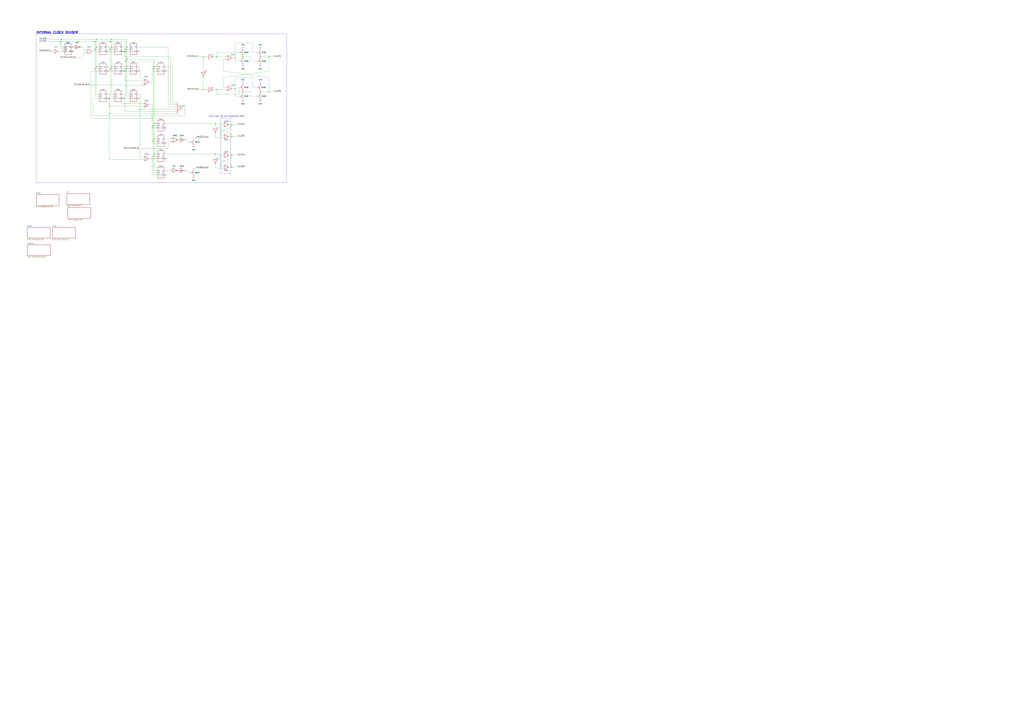
<source format=kicad_sch>
(kicad_sch (version 20231120) (generator "eeschema") (generator_version "8.0")
  (paper "A0")
  (title_block (title "V9958") (date "2024-09-13") (rev "WIP") (company "IKA Microelectronics Inc."))
  (lib_symbols
    (symbol "Raki_ASIC_cells:AND2"
      (property "Value" "AND2" (at 0 5.08 0))
      (symbol "AND2_0_0"
        (polyline (pts (xy -1.27 2.54) (xy -1.27 -2.54)) (stroke (width 0.254)))
        (polyline (pts (xy -1.27 2.54) (xy 0 2.54)) (stroke (width 0.254)))
        (polyline (pts (xy 0 -2.54) (xy -1.27 -2.54)) (stroke (width 0.254)))
        (arc (start 0.0225 -2.54) (mid 2.5401 0) (end 0.0225 2.54) (stroke (width 0.254)))
      )
      (symbol "AND2_1_1"
        (pin input line (at -3.81 -1.27 0) (length 2.54) (name "") (number ""))
        (pin input line (at -3.81 1.27 0) (length 2.54) (name "") (number ""))
        (pin output line (at 5.08 0 180) (length 2.54) (name "") (number ""))
      )
    )
    (symbol "Raki_ASIC_cells:BUF"
      (property "Value" "BUF" (at 0 5.08 0))
      (symbol "BUF_0_0"
        (polyline (pts (xy -1.27 -2.54) (xy 2.54 0)) (stroke (width 0.254)))
        (polyline (pts (xy -1.27 2.54) (xy -1.27 -2.54)) (stroke (width 0.254)))
        (polyline (pts (xy -1.27 2.54) (xy 2.54 0)) (stroke (width 0.254)))
      )
      (symbol "BUF_1_1"
        (pin input line (at -3.81 0 0) (length 2.54) (name "") (number ""))
        (pin output line (at 5.08 0 180) (length 2.54) (name "") (number ""))
      )
    )
    (symbol "Raki_ASIC_cells:BUFP"
      (property "Value" "BUFP" (at 0 3.81 0))
      (symbol "BUFP_0_0"
        (polyline (pts (xy -1.27 -2.54) (xy 2.54 0)) (stroke (width 0.254)))
        (polyline (pts (xy -1.27 2.54) (xy -1.27 -2.54)) (stroke (width 0.254)))
        (polyline (pts (xy -1.27 2.54) (xy 2.54 0)) (stroke (width 0.254)))
      )
      (symbol "BUFP_0_1"
        (polyline (pts (xy 0 0.889) (xy -0.508 -0.127) (xy 0.254 -0.127) (xy 0 -0.889) (xy 0.508 0.127) (xy -0.254 0.127) (xy 0 0.889)) (fill (type outline)))
      )
      (symbol "BUFP_1_1"
        (pin input line (at -3.81 0 0) (length 2.54) (name "") (number ""))
        (pin output line (at 5.08 0 180) (length 2.54) (name "") (number ""))
      )
    )
    (symbol "Raki_ASIC_cells:INV"
      (property "Value" "INV" (at 0 6.35 0))
      (symbol "INV_0_0"
        (polyline (pts (xy -1.27 -2.54) (xy 2.54 0)) (stroke (width 0.254)))
        (polyline (pts (xy -1.27 2.54) (xy -1.27 -2.54)) (stroke (width 0.254)))
        (polyline (pts (xy -1.27 2.54) (xy 2.54 0)) (stroke (width 0.254)))
      )
      (symbol "INV_1_1"
        (pin input line (at -3.81 0 0) (length 2.54) (name "") (number ""))
        (pin output inverted (at 5.08 0 180) (length 2.54) (name "") (number ""))
      )
    )
    (symbol "Raki_ASIC_cells:INVP"
      (property "Value" "INVP" (at 0 5.08 0))
      (symbol "INVP_0_0"
        (polyline (pts (xy -1.27 -2.54) (xy 2.54 0)) (stroke (width 0.254)))
        (polyline (pts (xy -1.27 2.54) (xy -1.27 -2.54)) (stroke (width 0.254)))
        (polyline (pts (xy -1.27 2.54) (xy 2.54 0)) (stroke (width 0.254)))
      )
      (symbol "INVP_0_1"
        (polyline (pts (xy 0 0.889) (xy -0.508 -0.127) (xy 0.254 -0.127) (xy 0 -0.889) (xy 0.508 0.127) (xy -0.254 0.127) (xy 0 0.889)) (fill (type outline)))
      )
      (symbol "INVP_1_1"
        (pin input line (at -3.81 0 0) (length 2.54) (name "") (number ""))
        (pin output inverted (at 5.08 0 180) (length 2.54) (name "") (number ""))
      )
    )
    (symbol "Raki_ASIC_cells:NMOS"
      (property "Value" "NMOS" (at 0 5.842 0))
      (symbol "NMOS_0_1"
        (polyline (pts (xy -1.016 1.27) (xy -1.016 -1.27)))
        (polyline (pts (xy 0 1.27) (xy -1.27 1.27) (xy -1.27 -1.27) (xy 0 -1.27)))
      )
      (symbol "NMOS_1_1"
        (pin input line (at -3.81 0 0) (length 2.54) (name "") (number ""))
        (pin input line (at 0 -3.81 90) (length 2.54) (name "") (number ""))
        (pin input line (at 0 3.81 270) (length 2.54) (name "") (number ""))
      )
    )
    (symbol "Raki_ASIC_cells:NOR2"
      (property "Value" "NOR2" (at 0 5.08 0))
      (symbol "NOR2_0_0"
        (arc (start -1.27 -2.54) (mid -0.2179 0) (end -1.27 2.54) (stroke (width 0.254)))
        (polyline (pts (xy -1.27 2.54) (xy 0 2.54)) (stroke (width 0.254)))
        (polyline (pts (xy 0 -2.54) (xy -1.27 -2.54)) (stroke (width 0.254)))
        (arc (start 0.0225 -2.54) (mid 2.5401 0) (end 0.0225 2.54) (stroke (width 0.254)))
      )
      (symbol "NOR2_1_1"
        (pin input line (at -3.81 -1.27 0) (length 3.36) (name "") (number ""))
        (pin input line (at -3.81 1.27 0) (length 3.36) (name "") (number ""))
        (pin output inverted (at 5.08 0 180) (length 2.54) (name "") (number ""))
      )
    )
    (symbol "Raki_ASIC_cells:NOR4"
      (property "Value" "NOR4" (at 0 6.35 0))
      (symbol "NOR4_0_0"
        (arc (start -1.27 -2.54) (mid -0.2179 0) (end -1.27 2.54) (stroke (width 0.254)))
        (polyline (pts (xy -1.27 -2.54) (xy -1.27 -3.81)) (stroke (width 0.254)))
        (polyline (pts (xy -1.27 2.54) (xy 0 2.54)) (stroke (width 0.254)))
        (polyline (pts (xy -1.27 3.81) (xy -1.27 2.54)) (stroke (width 0.254)))
        (polyline (pts (xy 0 -2.54) (xy -1.27 -2.54)) (stroke (width 0.254)))
        (arc (start 0.0225 -2.54) (mid 2.5401 0) (end 0.0225 2.54) (stroke (width 0.254)))
      )
      (symbol "NOR4_1_1"
        (pin input line (at -3.81 -3.81 0) (length 2.54) (name "") (number ""))
        (pin input line (at -3.81 -1.27 0) (length 3.36) (name "") (number ""))
        (pin input line (at -3.81 1.27 0) (length 3.36) (name "") (number ""))
        (pin input line (at -3.81 3.81 0) (length 2.54) (name "") (number ""))
        (pin output inverted (at 5.08 0 180) (length 2.54) (name "") (number ""))
      )
    )
    (symbol "Raki_ASIC_cells:NOR6"
      (property "Value" "NOR6" (at 0 8.89 0))
      (symbol "NOR6_0_0"
        (arc (start -1.27 -2.54) (mid -0.2179 0) (end -1.27 2.54) (stroke (width 0.254)))
        (polyline (pts (xy -1.27 -2.54) (xy -1.27 -6.35)) (stroke (width 0.254)))
        (polyline (pts (xy -1.27 2.54) (xy 0 2.54)) (stroke (width 0.254)))
        (polyline (pts (xy -1.27 6.35) (xy -1.27 2.54)) (stroke (width 0.254)))
        (polyline (pts (xy 0 -2.54) (xy -1.27 -2.54)) (stroke (width 0.254)))
        (arc (start 0.0225 -2.54) (mid 2.5401 0) (end 0.0225 2.54) (stroke (width 0.254)))
      )
      (symbol "NOR6_1_1"
        (pin input line (at -3.81 -6.35 0) (length 2.54) (name "") (number ""))
        (pin input line (at -3.81 -3.81 0) (length 2.54) (name "") (number ""))
        (pin input line (at -3.81 -1.27 0) (length 3.36) (name "") (number ""))
        (pin input line (at -3.81 1.27 0) (length 3.36) (name "") (number ""))
        (pin input line (at -3.81 3.81 0) (length 2.54) (name "") (number ""))
        (pin input line (at -3.81 6.35 0) (length 2.54) (name "") (number ""))
        (pin output inverted (at 5.08 0 180) (length 2.54) (name "") (number ""))
      )
    )
    (symbol "Raki_ASIC_cells:VY_DSR_small"
      (property "Value" "VY_DSR_small" (at 0 8.89 0))
      (symbol "VY_DSR_small_0_0"
        (polyline (pts (xy -1.524 -2.286) (xy -0.508 -2.286)))
        (polyline (pts (xy -1.016 -3.302) (xy -1.016 -2.794)))
        (polyline (pts (xy -1.016 -1.778) (xy -1.016 -2.286)))
        (polyline (pts (xy -0.508 -2.794) (xy -1.524 -2.794)))
        (polyline (pts (xy 0.508 -2.286) (xy 1.524 -2.286)))
        (polyline (pts (xy 1.016 -3.302) (xy 1.016 -2.794)))
        (polyline (pts (xy 1.016 -1.778) (xy 1.016 -2.286)))
        (polyline (pts (xy 1.524 -2.794) (xy 0.508 -2.794)))
      )
      (symbol "VY_DSR_small_0_1"
        (rectangle (start -3.81 6.35) (end 3.81 -6.35) (stroke (width 0.254)))
      )
      (symbol "VY_DSR_small_1_1"
        (pin input line (at -6.35 -2.54 0) (length 2.54) (name "D") (number ""))
        (pin output line (at 6.35 2.54 180) (length 2.54) (name "Q") (number ""))
        (pin output inverted (at 6.35 -2.54 180) (length 2.54) (name "~{Q}") (number ""))
        (pin input line (at -6.35 0 0) (length 2.54) (name "Φ1") (number ""))
        (pin input line (at -6.35 2.54 0) (length 2.54) (name "Φ2") (number ""))
      )
    )
    (symbol "power:GND" (power) (pin_names (offset 0))
      (property "Value" "GND" (at 0 -3.81 0))
      (symbol "GND_0_1"
        (polyline (pts (xy 0 0) (xy 0 -1.27) (xy 1.27 -1.27) (xy 0 -2.54) (xy -1.27 -1.27) (xy 0 -1.27)))
      )
      (symbol "GND_1_1"
        (pin power_in line (at 0 0 270) (length 0) hide (name "GND") (number "1"))
      )
    )
    (symbol "power:VDD" (power) (pin_names (offset 0))
      (property "Value" "VDD" (at 0 3.81 0))
      (symbol "VDD_0_1"
        (polyline (pts (xy -0.762 1.27) (xy 0 2.54)))
        (polyline (pts (xy 0 0) (xy 0 2.54)))
        (polyline (pts (xy 0 2.54) (xy 0.762 1.27)))
      )
      (symbol "VDD_1_1"
        (pin power_in line (at 0 0 90) (length 0) hide (name "VDD") (number "1"))
      )
    )
  )
  (junction (at 111.76 77.47))
  (junction (at 111.76 54.61))
  (junction (at 302.26 66.04))
  (junction (at 312.42 66.04))
  (junction (at 176.53 184.15))
  (junction (at 302.26 106.68))
  (junction (at 144.78 82.55))
  (junction (at 312.42 106.68))
  (junction (at 269.24 180.34))
  (junction (at 251.46 104.14))
  (junction (at 147.32 68.58))
  (junction (at 129.54 45.72))
  (junction (at 144.78 120.65))
  (junction (at 162.56 127))
  (junction (at 129.54 77.47))
  (junction (at 250.19 143.51))
  (junction (at 147.32 77.47))
  (junction (at 269.24 144.78))
  (junction (at 269.24 194.31))
  (junction (at 281.94 106.68))
  (junction (at 144.78 114.3))
  (junction (at 179.07 161.29))
  (junction (at 147.32 54.61))
  (junction (at 179.07 77.47))
  (junction (at 273.05 102.87))
  (junction (at 177.8 146.05))
  (junction (at 127 114.3))
  (junction (at 146.05 80.01))
  (junction (at 69.85 48.26))
  (junction (at 71.12 45.72))
  (junction (at 128.27 80.01))
  (junction (at 177.8 181.61))
  (junction (at 127 123.19))
  (junction (at 236.22 66.04))
  (junction (at 111.76 45.72))
  (junction (at 179.07 143.51))
  (junction (at 146.05 71.12))
  (junction (at 146.05 57.15))
  (junction (at 128.27 48.26))
  (junction (at 281.94 66.04))
  (junction (at 144.78 59.69))
  (junction (at 176.53 137.16))
  (junction (at 273.05 67.31))
  (junction (at 127 132.08))
  (junction (at 110.49 80.01))
  (junction (at 128.27 57.15))
  (junction (at 236.22 104.14))
  (junction (at 177.8 163.83))
  (junction (at 110.49 48.26))
  (junction (at 179.07 179.07))
  (junction (at 269.24 158.75))
  (junction (at 176.53 148.59))
  (junction (at 177.8 80.01))
  (junction (at 250.19 179.07))
  (junction (at 251.46 66.04))
  (junction (at 129.54 54.61))
  (junction (at 110.49 57.15))
  (no_connect (at 143.51 82.55))
  (no_connect (at 125.73 59.69))
  (no_connect (at 143.51 59.69))
  (no_connect (at 161.29 59.69))
  (no_connect (at 161.29 114.3))
  (no_connect (at 193.04 203.2))
  (no_connect (at 193.04 148.59))
  (no_connect (at 125.73 114.3))
  (no_connect (at 193.04 82.55))
  (no_connect (at 193.04 166.37))
  (no_connect (at 143.51 114.3))
  (no_connect (at 85.09 59.69))
  (no_connect (at 193.04 184.15))
  (no_connect (at 161.29 82.55))
  (no_connect (at 125.73 82.55))
  (wire (pts (xy 173.99 95.25) (xy 176.53 95.25)))
  (wire (pts (xy 165.1 93.98) (xy 144.78 93.98)))
  (wire (pts (xy 176.53 184.15) (xy 180.34 184.15)))
  (wire (pts (xy 180.34 200.66) (xy 177.8 200.66)))
  (wire (pts (xy 180.34 163.83) (xy 177.8 163.83)))
  (wire (pts (xy 127 114.3) (xy 130.81 114.3)))
  (wire (pts (xy 200.66 119.38) (xy 203.2 119.38)))
  (wire (pts (xy 261.62 101.6) (xy 259.08 101.6)))
  (wire (pts (xy 69.85 59.69) (xy 72.39 59.69)))
  (wire (pts (xy 96.52 58.42) (xy 99.06 58.42)))
  (wire (pts (xy 269.24 158.75) (xy 284.48 158.75)))
  (wire (pts (xy 127 77.47) (xy 127 82.55)))
  (wire (pts (xy 255.27 146.05) (xy 255.27 149.86)))
  (wire (pts (xy 278.13 60.96) (xy 251.46 60.96)))
  (wire (pts (xy 269.24 144.78) (xy 266.7 144.78)))
  (wire (pts (xy 259.08 82.55) (xy 259.08 68.58)))
  (wire (pts (xy 69.85 67.31) (xy 96.52 67.31)))
  (wire (pts (xy 269.24 158.75) (xy 266.7 158.75)))
  (wire (pts (xy 255.27 185.42) (xy 269.24 191.77)))
  (wire (pts (xy 161.29 77.47) (xy 162.56 77.47)))
  (wire (pts (xy 195.58 163.83) (xy 195.58 172.72)))
  (wire (pts (xy 45.72 45.72) (xy 71.12 45.72)))
  (wire (pts (xy 198.12 163.83) (xy 195.58 163.83)))
  (wire (pts (xy 281.94 105.41) (xy 281.94 106.68)))
  (wire (pts (xy 250.19 179.07) (xy 250.19 182.88)))
  (wire (pts (xy 165.1 123.19) (xy 127 123.19)))
  (wire (pts (xy 250.19 191.77) (xy 250.19 195.58)))
  (wire (pts (xy 127 132.08) (xy 127 185.42)))
  (wire (pts (xy 198.12 66.04) (xy 198.12 121.92)))
  (wire (pts (xy 105.41 137.16) (xy 176.53 137.16)))
  (wire (pts (xy 224.79 160.02) (xy 224.79 161.29)))
  (wire (pts (xy 269.24 191.77) (xy 269.24 194.31)))
  (wire (pts (xy 130.81 109.22) (xy 129.54 109.22)))
  (wire (pts (xy 270.51 102.87) (xy 273.05 102.87)))
  (wire (pts (xy 203.2 129.54) (xy 144.78 129.54)))
  (wire (pts (xy 111.76 45.72) (xy 129.54 45.72)))
  (wire (pts (xy 148.59 111.76) (xy 146.05 111.76)))
  (wire (pts (xy 176.53 137.16) (xy 176.53 121.92)))
  (wire (pts (xy 236.22 66.04) (xy 240.03 66.04)))
  (wire (pts (xy 259.08 90.17) (xy 259.08 101.6)))
  (wire (pts (xy 176.53 184.15) (xy 176.53 203.2)))
  (wire (pts (xy 176.53 137.16) (xy 176.53 148.59)))
  (wire (pts (xy 293.37 101.6) (xy 298.45 101.6)))
  (wire (pts (xy 176.53 148.59) (xy 176.53 166.37)))
  (wire (pts (xy 162.56 109.22) (xy 162.56 127)))
  (wire (pts (xy 113.03 77.47) (xy 111.76 77.47)))
  (wire (pts (xy 129.54 54.61) (xy 129.54 77.47)))
  (wire (pts (xy 128.27 48.26) (xy 128.27 57.15)))
  (wire (pts (xy 200.66 77.47) (xy 200.66 119.38)))
  (wire (pts (xy 146.05 57.15) (xy 146.05 71.12)))
  (wire (pts (xy 144.78 114.3) (xy 148.59 114.3)))
  (wire (pts (xy 128.27 48.26) (xy 146.05 48.26)))
  (wire (pts (xy 293.37 60.96) (xy 298.45 60.96)))
  (wire (pts (xy 180.34 146.05) (xy 177.8 146.05)))
  (wire (pts (xy 281.94 64.77) (xy 281.94 66.04)))
  (wire (pts (xy 302.26 66.04) (xy 312.42 66.04)))
  (wire (pts (xy 144.78 82.55) (xy 148.59 82.55)))
  (wire (pts (xy 165.1 120.65) (xy 144.78 120.65)))
  (wire (pts (xy 111.76 77.47) (xy 111.76 109.22)))
  (wire (pts (xy 217.17 104.14) (xy 236.22 104.14)))
  (wire (pts (xy 203.2 127) (xy 162.56 127)))
  (wire (pts (xy 290.83 66.04) (xy 281.94 66.04)))
  (wire (pts (xy 212.09 125.73) (xy 214.63 125.73)))
  (wire (pts (xy 96.52 60.96) (xy 96.52 67.31)))
  (wire (pts (xy 255.27 181.61) (xy 255.27 185.42)))
  (wire (pts (xy 193.04 161.29) (xy 198.12 161.29)))
  (wire (pts (xy 269.24 144.78) (xy 284.48 144.78)))
  (wire (pts (xy 110.49 48.26) (xy 128.27 48.26)))
  (wire (pts (xy 273.05 111.76) (xy 278.13 111.76)))
  (wire (pts (xy 255.27 149.86) (xy 269.24 156.21)))
  (wire (pts (xy 144.78 59.69) (xy 144.78 66.04)))
  (wire (pts (xy 312.42 66.04) (xy 326.39 66.04)))
  (wire (pts (xy 143.51 172.72) (xy 195.58 172.72)))
  (wire (pts (xy 99.06 60.96) (xy 96.52 60.96)))
  (wire (pts (xy 250.19 160.02) (xy 257.81 160.02)))
  (wire (pts (xy 257.81 146.05) (xy 255.27 146.05)))
  (wire (pts (xy 147.32 68.58) (xy 147.32 77.47)))
  (wire (pts (xy 69.85 48.26) (xy 69.85 57.15)))
  (wire (pts (xy 193.04 77.47) (xy 200.66 77.47)))
  (wire (pts (xy 148.59 80.01) (xy 146.05 80.01)))
  (wire (pts (xy 146.05 80.01) (xy 146.05 111.76)))
  (wire (pts (xy 162.56 127) (xy 162.56 182.88)))
  (wire (pts (xy 45.72 48.26) (xy 69.85 48.26)))
  (wire (pts (xy 293.37 90.17) (xy 293.37 101.6)))
  (wire (pts (xy 130.81 80.01) (xy 128.27 80.01)))
  (wire (pts (xy 180.34 82.55) (xy 176.53 82.55)))
  (wire (pts (xy 195.58 54.61) (xy 195.58 124.46)))
  (wire (pts (xy 143.51 54.61) (xy 144.78 54.61)))
  (wire (pts (xy 248.92 66.04) (xy 251.46 66.04)))
  (wire (pts (xy 107.95 59.69) (xy 113.03 59.69)))
  (wire (pts (xy 273.05 90.17) (xy 273.05 102.87)))
  (wire (pts (xy 129.54 45.72) (xy 129.54 54.61)))
  (wire (pts (xy 298.45 71.12) (xy 290.83 71.12)))
  (wire (pts (xy 250.19 156.21) (xy 250.19 160.02)))
  (wire (pts (xy 242.57 160.02) (xy 224.79 160.02)))
  (wire (pts (xy 255.27 189.23) (xy 269.24 182.88)))
  (wire (pts (xy 111.76 54.61) (xy 111.76 77.47)))
  (wire (pts (xy 127 132.08) (xy 127 123.19)))
  (wire (pts (xy 236.22 104.14) (xy 240.03 104.14)))
  (wire (pts (xy 144.78 129.54) (xy 144.78 120.65)))
  (wire (pts (xy 214.63 125.73) (xy 214.63 134.62)))
  (wire (pts (xy 128.27 57.15) (xy 128.27 80.01)))
  (wire (pts (xy 113.03 109.22) (xy 111.76 109.22)))
  (wire (pts (xy 177.8 181.61) (xy 177.8 200.66)))
  (wire (pts (xy 312.42 82.55) (xy 312.42 66.04)))
  (wire (pts (xy 113.03 111.76) (xy 110.49 111.76)))
  (wire (pts (xy 144.78 93.98) (xy 144.78 82.55)))
  (wire (pts (xy 298.45 111.76) (xy 290.83 111.76)))
  (wire (pts (xy 176.53 166.37) (xy 180.34 166.37)))
  (wire (pts (xy 251.46 60.96) (xy 251.46 66.04)))
  (wire (pts (xy 180.34 77.47) (xy 179.07 77.47)))
  (wire (pts (xy 250.19 143.51) (xy 257.81 143.51)))
  (wire (pts (xy 259.08 68.58) (xy 261.62 68.58)))
  (wire (pts (xy 144.78 54.61) (xy 144.78 59.69)))
  (wire (pts (xy 312.42 90.17) (xy 312.42 106.68)))
  (wire (pts (xy 312.42 82.55) (xy 259.08 90.17)))
  (wire (pts (xy 251.46 104.14) (xy 261.62 104.14)))
  (wire (pts (xy 269.24 180.34) (xy 266.7 180.34)))
  (wire (pts (xy 162.56 77.47) (xy 162.56 91.44)))
  (wire (pts (xy 72.39 57.15) (xy 69.85 57.15)))
  (wire (pts (xy 269.24 147.32) (xy 269.24 144.78)))
  (wire (pts (xy 255.27 157.48) (xy 255.27 153.67)))
  (wire (pts (xy 177.8 80.01) (xy 177.8 146.05)))
  (wire (pts (xy 180.34 161.29) (xy 179.07 161.29)))
  (wire (pts (xy 269.24 156.21) (xy 269.24 158.75)))
  (wire (pts (xy 45.72 59.69) (xy 60.96 59.69)))
  (wire (pts (xy 127 59.69) (xy 130.81 59.69)))
  (wire (pts (xy 177.8 146.05) (xy 177.8 163.83)))
  (wire (pts (xy 250.19 195.58) (xy 257.81 195.58)))
  (wire (pts (xy 129.54 45.72) (xy 147.32 45.72)))
  (wire (pts (xy 144.78 109.22) (xy 144.78 114.3)))
  (wire (pts (xy 161.29 54.61) (xy 195.58 54.61)))
  (wire (pts (xy 273.05 102.87) (xy 273.05 111.76)))
  (wire (pts (xy 128.27 80.01) (xy 128.27 111.76)))
  (wire (pts (xy 281.94 66.04) (xy 281.94 67.31)))
  (wire (pts (xy 72.39 54.61) (xy 71.12 54.61)))
  (wire (pts (xy 177.8 163.83) (xy 177.8 181.61)))
  (wire (pts (xy 148.59 109.22) (xy 147.32 109.22)))
  (wire (pts (xy 130.81 57.15) (xy 128.27 57.15)))
  (wire (pts (xy 165.1 185.42) (xy 127 185.42)))
  (wire (pts (xy 281.94 106.68) (xy 281.94 107.95)))
  (wire (pts (xy 180.34 179.07) (xy 179.07 179.07)))
  (wire (pts (xy 273.05 49.53) (xy 273.05 67.31)))
  (wire (pts (xy 173.99 184.15) (xy 176.53 184.15)))
  (wire (pts (xy 218.44 165.1) (xy 220.98 165.1)))
  (wire (pts (xy 105.41 82.55) (xy 113.03 82.55)))
  (wire (pts (xy 107.95 134.62) (xy 107.95 114.3)))
  (wire (pts (xy 193.04 179.07) (xy 250.19 179.07)))
  (wire (pts (xy 176.53 148.59) (xy 180.34 148.59)))
  (wire (pts (xy 127 82.55) (xy 130.81 82.55)))
  (wire (pts (xy 130.81 77.47) (xy 129.54 77.47)))
  (wire (pts (xy 302.26 64.77) (xy 302.26 66.04)))
  (wire (pts (xy 147.32 45.72) (xy 147.32 54.61)))
  (wire (pts (xy 162.56 91.44) (xy 165.1 91.44)))
  (wire (pts (xy 217.17 66.04) (xy 236.22 66.04)))
  (wire (pts (xy 113.03 54.61) (xy 111.76 54.61)))
  (wire (pts (xy 195.58 124.46) (xy 203.2 124.46)))
  (wire (pts (xy 218.44 200.66) (xy 218.44 198.12)))
  (wire (pts (xy 273.05 71.12) (xy 278.13 71.12)))
  (wire (pts (xy 179.07 77.47) (xy 179.07 143.51)))
  (wire (pts (xy 179.07 143.51) (xy 179.07 161.29)))
  (wire (pts (xy 255.27 153.67) (xy 269.24 147.32)))
  (wire (pts (xy 148.59 77.47) (xy 147.32 77.47)))
  (wire (pts (xy 127 109.22) (xy 127 114.3)))
  (wire (pts (xy 110.49 48.26) (xy 110.49 57.15)))
  (wire (pts (xy 113.03 57.15) (xy 110.49 57.15)))
  (wire (pts (xy 180.34 143.51) (xy 179.07 143.51)))
  (wire (pts (xy 147.32 77.47) (xy 147.32 109.22)))
  (wire (pts (xy 148.59 54.61) (xy 147.32 54.61)))
  (wire (pts (xy 259.08 82.55) (xy 312.42 90.17)))
  (wire (pts (xy 161.29 109.22) (xy 162.56 109.22)))
  (wire (pts (xy 147.32 54.61) (xy 147.32 68.58)))
  (wire (pts (xy 193.04 143.51) (xy 250.19 143.51)))
  (wire (pts (xy 107.95 114.3) (xy 113.03 114.3)))
  (wire (pts (xy 302.26 66.04) (xy 302.26 67.31)))
  (wire (pts (xy 130.81 54.61) (xy 129.54 54.61)))
  (wire (pts (xy 269.24 180.34) (xy 284.48 180.34)))
  (wire (pts (xy 198.12 121.92) (xy 203.2 121.92)))
  (wire (pts (xy 203.2 132.08) (xy 127 132.08)))
  (wire (pts (xy 214.63 134.62) (xy 107.95 134.62)))
  (wire (pts (xy 71.12 45.72) (xy 71.12 54.61)))
  (wire (pts (xy 218.44 162.56) (xy 215.9 162.56)))
  (wire (pts (xy 218.44 198.12) (xy 215.9 198.12)))
  (wire (pts (xy 250.19 143.51) (xy 250.19 147.32)))
  (wire (pts (xy 180.34 80.01) (xy 177.8 80.01)))
  (wire (pts (xy 113.03 80.01) (xy 110.49 80.01)))
  (wire (pts (xy 129.54 77.47) (xy 129.54 109.22)))
  (wire (pts (xy 302.26 106.68) (xy 302.26 107.95)))
  (wire (pts (xy 302.26 105.41) (xy 302.26 106.68)))
  (wire (pts (xy 302.26 106.68) (xy 312.42 106.68)))
  (wire (pts (xy 86.36 99.06) (xy 165.1 99.06)))
  (wire (pts (xy 93.98 54.61) (xy 96.52 54.61)))
  (wire (pts (xy 179.07 161.29) (xy 179.07 179.07)))
  (wire (pts (xy 257.81 181.61) (xy 255.27 181.61)))
  (wire (pts (xy 293.37 49.53) (xy 293.37 60.96)))
  (wire (pts (xy 144.78 66.04) (xy 198.12 66.04)))
  (wire (pts (xy 125.73 109.22) (xy 127 109.22)))
  (wire (pts (xy 176.53 82.55) (xy 176.53 95.25)))
  (wire (pts (xy 125.73 54.61) (xy 127 54.61)))
  (wire (pts (xy 250.19 179.07) (xy 257.81 179.07)))
  (wire (pts (xy 269.24 194.31) (xy 284.48 194.31)))
  (wire (pts (xy 143.51 77.47) (xy 144.78 77.47)))
  (wire (pts (xy 180.34 181.61) (xy 177.8 181.61)))
  (wire (pts (xy 144.78 77.47) (xy 144.78 82.55)))
  (wire (pts (xy 257.81 193.04) (xy 255.27 193.04)))
  (wire (pts (xy 177.8 71.12) (xy 177.8 80.01)))
  (wire (pts (xy 248.92 104.14) (xy 251.46 104.14)))
  (wire (pts (xy 147.32 68.58) (xy 179.07 68.58)))
  (wire (pts (xy 312.42 106.68) (xy 326.39 106.68)))
  (wire (pts (xy 242.57 195.58) (xy 224.79 195.58)))
  (wire (pts (xy 69.85 48.26) (xy 110.49 48.26)))
  (wire (pts (xy 179.07 179.07) (xy 179.07 198.12)))
  (wire (pts (xy 146.05 71.12) (xy 146.05 80.01)))
  (wire (pts (xy 255.27 193.04) (xy 255.27 189.23)))
  (wire (pts (xy 125.73 77.47) (xy 127 77.47)))
  (wire (pts (xy 144.78 59.69) (xy 148.59 59.69)))
  (wire (pts (xy 105.41 82.55) (xy 105.41 137.16)))
  (wire (pts (xy 236.22 90.17) (xy 236.22 104.14)))
  (wire (pts (xy 198.12 198.12) (xy 193.04 198.12)))
  (wire (pts (xy 110.49 80.01) (xy 110.49 111.76)))
  (wire (pts (xy 273.05 90.17) (xy 293.37 90.17)))
  (wire (pts (xy 278.13 109.22) (xy 251.46 109.22)))
  (wire (pts (xy 71.12 45.72) (xy 111.76 45.72)))
  (wire (pts (xy 143.51 109.22) (xy 144.78 109.22)))
  (wire (pts (xy 269.24 182.88) (xy 269.24 180.34)))
  (wire (pts (xy 251.46 109.22) (xy 251.46 104.14)))
  (wire (pts (xy 111.76 45.72) (xy 111.76 54.61)))
  (wire (pts (xy 236.22 66.04) (xy 236.22 81.28)))
  (wire (pts (xy 146.05 71.12) (xy 177.8 71.12)))
  (wire (pts (xy 290.83 106.68) (xy 281.94 106.68)))
  (wire (pts (xy 110.49 57.15) (xy 110.49 80.01)))
  (wire (pts (xy 269.24 194.31) (xy 266.7 194.31)))
  (wire (pts (xy 290.83 71.12) (xy 290.83 66.04)))
  (wire (pts (xy 127 54.61) (xy 127 59.69)))
  (wire (pts (xy 224.79 195.58) (xy 224.79 196.85)))
  (wire (pts (xy 270.51 67.31) (xy 273.05 67.31)))
  (wire (pts (xy 146.05 48.26) (xy 146.05 57.15)))
  (wire (pts (xy 165.1 182.88) (xy 162.56 182.88)))
  (wire (pts (xy 257.81 157.48) (xy 255.27 157.48)))
  (wire (pts (xy 278.13 109.22) (xy 278.13 101.6)))
  (wire (pts (xy 273.05 67.31) (xy 273.05 71.12)))
  (wire (pts (xy 290.83 111.76) (xy 290.83 106.68)))
  (wire (pts (xy 173.99 121.92) (xy 176.53 121.92)))
  (wire (pts (xy 180.34 198.12) (xy 179.07 198.12)))
  (wire (pts (xy 251.46 66.04) (xy 261.62 66.04)))
  (wire (pts (xy 130.81 111.76) (xy 128.27 111.76)))
  (wire (pts (xy 218.44 165.1) (xy 218.44 162.56)))
  (wire (pts (xy 176.53 203.2) (xy 180.34 203.2)))
  (wire (pts (xy 218.44 200.66) (xy 220.98 200.66)))
  (wire (pts (xy 96.52 54.61) (xy 96.52 58.42)))
  (wire (pts (xy 273.05 49.53) (xy 293.37 49.53)))
  (wire (pts (xy 179.07 68.58) (xy 179.07 77.47)))
  (wire (pts (xy 144.78 120.65) (xy 144.78 114.3)))
  (wire (pts (xy 148.59 57.15) (xy 146.05 57.15)))
  (wire (pts (xy 127 123.19) (xy 127 114.3)))
  (rectangle (start 41.91 39.37) (end 332.74 212.09))
  (rectangle (start 256.54 137.16) (end 267.97 201.93))
  (text "3" (at 187.96 201.93 0) (effects (font (size 1.27 1.27)) (justify left bottom)))
  (text "2" (at 187.96 182.88 0) (effects (font (size 1.27 1.27)) (justify left bottom)))
  (text "A" (at 168.91 185.42 0) (effects (font (size 1.27 1.27)) (justify left bottom)))
  (text "Super duper high side bootstrapped NOR2" (at 242.57 135.89 0) (effects (font (size 1.27 1.27)) (justify left bottom)))
  (text "INTERNAL CLOCK DIVIDER" (at 41.91 39.37 0) (effects (font (size 2.54 2.54) (thickness 0.508) (bold yes)) (justify left bottom)))
  (text "1" (at 187.96 165.1 0) (effects (font (size 1.27 1.27)) (justify left bottom)))
  (text "B" (at 168.91 123.19 0) (effects (font (size 1.27 1.27)) (justify left bottom)))
  (text "0" (at 187.96 147.32 0) (effects (font (size 1.27 1.27)) (justify left bottom)))
  (label "PAD.XTAL1.IN" (at 217.17 66.04 0))
  (label "CLK.phiL" (at 284.48 144.78 180))
  (label "CLK.~{phiH}" (at 284.48 194.31 180))
  (label "PAD.XTAL2.OUT" (at 217.17 104.14 0))
  (label "NET.REG_d9_b0_DC" (at 86.36 99.06 0))
  (label "PAD.~{DLCLK}.OUT" (at 242.57 160.02 180))
  (label "CLK.~{phiA}" (at 326.39 106.68 180))
  (label "CLK.~{phiL}" (at 284.48 158.75 180))
  (label "NET.REG_d9_b0_DC" (at 69.85 67.31 0))
  (label "CLK.~{phiA}" (at 45.72 45.72 0))
  (label "CLK.phiA" (at 45.72 48.26 0))
  (label "CLK.phiH" (at 284.48 180.34 180))
  (label "CLK.phiA" (at 326.39 66.04 180))
  (label "NET.REG_d9_b0_DC" (at 143.51 172.72 0))
  (label "PAD.~{DLCLK}.IN" (at 45.72 59.69 0))
  (label "PAD.~{DHCLK}.OUT" (at 242.57 195.58 180))
  (symbol (lib_id "Raki_ASIC_cells:NOR6") (at 207.01 125.73 0) (unit 1)
    (property "Reference" "U18" (effects (hide yes)))
    (property "Value" "NOR6" (at 212.09 123.19 0))
  )
  (symbol (lib_id "power:GND") (at 302.26 74.93 0) (unit 1)
    (property "Reference" "#PWR03" (effects (hide yes)))
    (property "Value" "GND" (at 302.26 80.01 0))
  )
  (symbol (lib_id "Raki_ASIC_cells:NMOS") (at 281.94 71.12 0) (unit 1)
    (property "Reference" "U1" (effects (hide yes)))
    (property "Value" "NMOS" (at 283.21 71.12 0) (effects (justify left)))
  )
  (symbol (lib_id "Raki_ASIC_cells:NMOS") (at 302.26 60.96 0) (unit 1)
    (property "Reference" "U8" (effects (hide yes)))
    (property "Value" "NMOS" (at 303.53 60.96 0) (effects (justify left)))
  )
  (symbol (lib_id "Raki_ASIC_cells:BUFP") (at 210.82 198.12 0) (unit 1)
    (property "Reference" "U43" (effects (hide yes)))
    (property "Value" "BUFP" (at 211.455 193.04 0))
  )
  (symbol (lib_id "power:GND") (at 224.79 168.91 0) (unit 1)
    (property "Reference" "#PWR010" (effects (hide yes)))
    (property "Value" "GND" (at 224.79 173.99 0))
  )
  (symbol (lib_id "Raki_ASIC_cells:INV") (at 250.19 151.13 270) (unit 1)
    (property "Reference" "U48" (effects (hide yes)))
    (property "Value" "INV" (at 252.73 148.59 90))
  )
  (symbol (lib_id "power:VDD") (at 281.94 97.79 0) (unit 1)
    (property "Reference" "#PWR05" (effects (hide yes)))
    (property "Value" "VDD" (at 281.94 92.71 0))
  )
  (symbol (lib_id "Raki_ASIC_cells:NOR2") (at 201.93 162.56 0) (unit 1)
    (property "Reference" "U39" (effects (hide yes)))
    (property "Value" "NOR2" (at 203.2 157.48 0))
  )
  (symbol (lib_id "Raki_ASIC_cells:VY_DSR_small") (at 154.94 80.01 0) (unit 1)
    (property "Reference" "U32" (effects (hide yes)))
    (property "Value" "DSR" (at 154.94 72.39 0))
  )
  (symbol (lib_id "Raki_ASIC_cells:NMOS") (at 302.26 111.76 0) (unit 1)
    (property "Reference" "U13" (effects (hide yes)))
    (property "Value" "NMOS" (at 303.53 111.76 0) (effects (justify left)))
  )
  (symbol (lib_id "Raki_ASIC_cells:NOR2") (at 261.62 158.75 0) (unit 1)
    (property "Reference" "U47" (effects (hide yes)))
    (property "Value" "NOR2" (at 262.89 162.56 0))
  )
  (symbol (lib_id "Raki_ASIC_cells:VY_DSR_small") (at 154.94 111.76 0) (unit 1)
    (property "Reference" "U20" (effects (hide yes)))
    (property "Value" "DSR" (at 154.94 104.14 0))
  )
  (symbol (lib_id "power:GND") (at 281.94 115.57 0) (unit 1)
    (property "Reference" "#PWR06" (effects (hide yes)))
    (property "Value" "GND" (at 281.94 120.65 0))
  )
  (symbol (lib_id "Raki_ASIC_cells:NOR2") (at 261.62 180.34 0) (unit 1)
    (property "Reference" "U50" (effects (hide yes)))
    (property "Value" "NOR2" (at 262.89 176.53 0))
  )
  (symbol (lib_id "power:GND") (at 281.94 74.93 0) (unit 1)
    (property "Reference" "#PWR01" (effects (hide yes)))
    (property "Value" "GND" (at 281.94 80.01 0))
  )
  (symbol (lib_id "Raki_ASIC_cells:INV") (at 250.19 186.69 270) (unit 1)
    (property "Reference" "U49" (effects (hide yes)))
    (property "Value" "INV" (at 252.73 184.15 90))
  )
  (symbol (lib_id "Raki_ASIC_cells:NOR2") (at 261.62 194.31 0) (unit 1)
    (property "Reference" "U51" (effects (hide yes)))
    (property "Value" "NOR2" (at 262.89 198.12 0))
  )
  (symbol (lib_id "Raki_ASIC_cells:VY_DSR_small") (at 119.38 57.15 0) (unit 1)
    (property "Reference" "U22" (effects (hide yes)))
    (property "Value" "DSR" (at 119.38 49.53 0))
  )
  (symbol (lib_id "Raki_ASIC_cells:VY_DSR_small") (at 137.16 111.76 0) (unit 1)
    (property "Reference" "U19" (effects (hide yes)))
    (property "Value" "DSR" (at 137.16 104.14 0))
  )
  (symbol (lib_id "Raki_ASIC_cells:NMOS") (at 281.94 111.76 0) (unit 1)
    (property "Reference" "U11" (effects (hide yes)))
    (property "Value" "NMOS" (at 283.21 111.76 0) (effects (justify left)))
  )
  (symbol (lib_id "Raki_ASIC_cells:VY_DSR_small") (at 186.69 200.66 0) (unit 1)
    (property "Reference" "U41" (effects (hide yes)))
    (property "Value" "DSR" (at 186.69 193.04 0))
  )
  (symbol (lib_id "Raki_ASIC_cells:VY_DSR_small") (at 186.69 146.05 0) (unit 1)
    (property "Reference" "U21" (effects (hide yes)))
    (property "Value" "DSR" (at 186.69 138.43 0))
  )
  (symbol (lib_id "Raki_ASIC_cells:VY_DSR_small") (at 186.69 163.83 0) (unit 1)
    (property "Reference" "U38" (effects (hide yes)))
    (property "Value" "DSR" (at 186.69 156.21 0))
  )
  (symbol (lib_id "Raki_ASIC_cells:NMOS") (at 302.26 71.12 0) (unit 1)
    (property "Reference" "U7" (effects (hide yes)))
    (property "Value" "NMOS" (at 303.53 71.12 0) (effects (justify left)))
  )
  (symbol (lib_id "Raki_ASIC_cells:NOR2") (at 168.91 121.92 0) (unit 1)
    (property "Reference" "U29" (effects (hide yes)))
    (property "Value" "NOR2" (at 170.18 116.84 0))
  )
  (symbol (lib_id "Raki_ASIC_cells:VY_DSR_small") (at 78.74 57.15 0) (unit 1)
    (property "Reference" "U25" (effects (hide yes)))
    (property "Value" "DSR" (at 78.74 49.53 0))
  )
  (symbol (lib_id "Raki_ASIC_cells:NOR2") (at 265.43 102.87 0) (unit 1)
    (property "Reference" "U9" (effects (hide yes)))
    (property "Value" "NOR2" (at 270.51 99.06 0))
  )
  (symbol (lib_id "Raki_ASIC_cells:INV") (at 243.84 66.04 0) (unit 1)
    (property "Reference" "U3" (effects (hide yes)))
    (property "Value" "INV" (at 246.38 63.5 0))
  )
  (symbol (lib_id "Raki_ASIC_cells:INVP") (at 88.9 54.61 0) (unit 1)
    (property "Reference" "U27" (effects (hide yes)))
    (property "Value" "INVP" (at 89.535 49.53 0))
  )
  (symbol (lib_id "Raki_ASIC_cells:NMOS") (at 281.94 101.6 0) (unit 1)
    (property "Reference" "U10" (effects (hide yes)))
    (property "Value" "NMOS" (at 283.21 101.6 0) (effects (justify left)))
  )
  (symbol (lib_id "Raki_ASIC_cells:VY_DSR_small") (at 119.38 111.76 0) (unit 1)
    (property "Reference" "U17" (effects (hide yes)))
    (property "Value" "DSR" (at 119.38 104.14 0))
  )
  (symbol (lib_id "Raki_ASIC_cells:NMOS") (at 302.26 101.6 0) (unit 1)
    (property "Reference" "U12" (effects (hide yes)))
    (property "Value" "NMOS" (at 303.53 101.6 0) (effects (justify left)))
  )
  (symbol (lib_id "power:VDD") (at 302.26 97.79 0) (unit 1)
    (property "Reference" "#PWR07" (effects (hide yes)))
    (property "Value" "VDD" (at 302.26 92.71 0))
  )
  (symbol (lib_id "Raki_ASIC_cells:VY_DSR_small") (at 137.16 80.01 0) (unit 1)
    (property "Reference" "U31" (effects (hide yes)))
    (property "Value" "DSR" (at 137.16 72.39 0))
  )
  (symbol (lib_id "Raki_ASIC_cells:VY_DSR_small") (at 186.69 80.01 0) (unit 1)
    (property "Reference" "U36" (effects (hide yes)))
    (property "Value" "DSR" (at 186.69 72.39 0))
  )
  (symbol (lib_id "Raki_ASIC_cells:NMOS") (at 281.94 60.96 0) (unit 1)
    (property "Reference" "U6" (effects (hide yes)))
    (property "Value" "NMOS" (at 283.21 60.96 0) (effects (justify left)))
  )
  (symbol (lib_id "power:VDD") (at 302.26 57.15 0) (unit 1)
    (property "Reference" "#PWR04" (effects (hide yes)))
    (property "Value" "VDD" (at 302.26 52.07 0))
  )
  (symbol (lib_id "Raki_ASIC_cells:INV") (at 201.93 198.12 0) (unit 1)
    (property "Reference" "U42" (effects (hide yes)))
    (property "Value" "INV" (at 201.93 193.04 0))
  )
  (symbol (lib_id "Raki_ASIC_cells:NMOS") (at 224.79 200.66 0) (unit 1)
    (property "Reference" "U44" (effects (hide yes)))
    (property "Value" "NMOS" (at 226.06 200.66 0) (effects (justify left)))
  )
  (symbol (lib_id "Raki_ASIC_cells:VY_DSR_small") (at 137.16 57.15 0) (unit 1)
    (property "Reference" "U23" (effects (hide yes)))
    (property "Value" "DSR" (at 137.16 49.53 0))
  )
  (symbol (lib_id "Raki_ASIC_cells:AND2") (at 102.87 59.69 0) (unit 1)
    (property "Reference" "U16" (effects (hide yes)))
    (property "Value" "AND2" (at 103.505 54.61 0))
  )
  (symbol (lib_id "Raki_ASIC_cells:INV") (at 243.84 104.14 0) (unit 1)
    (property "Reference" "U5" (effects (hide yes)))
    (property "Value" "INV" (at 246.38 101.6 0))
  )
  (symbol (lib_id "Raki_ASIC_cells:NOR2") (at 261.62 144.78 0) (unit 1)
    (property "Reference" "U46" (effects (hide yes)))
    (property "Value" "NOR2" (at 262.89 140.97 0))
  )
  (symbol (lib_id "Raki_ASIC_cells:NOR2") (at 168.91 184.15 0) (unit 1)
    (property "Reference" "U28" (effects (hide yes)))
    (property "Value" "NOR2" (at 170.18 179.07 0))
  )
  (symbol (lib_id "power:VDD") (at 281.94 57.15 0) (unit 1)
    (property "Reference" "#PWR02" (effects (hide yes)))
    (property "Value" "VDD" (at 281.94 52.07 0))
  )
  (symbol (lib_id "Raki_ASIC_cells:VY_DSR_small") (at 154.94 57.15 0) (unit 1)
    (property "Reference" "U24" (effects (hide yes)))
    (property "Value" "DSR" (at 154.94 49.53 0))
  )
  (symbol (lib_id "Raki_ASIC_cells:VY_DSR_small") (at 186.69 181.61 0) (unit 1)
    (property "Reference" "U37" (effects (hide yes)))
    (property "Value" "DSR" (at 186.69 173.99 0))
  )
  (symbol (lib_id "power:GND") (at 302.26 115.57 0) (unit 1)
    (property "Reference" "#PWR08" (effects (hide yes)))
    (property "Value" "GND" (at 302.26 120.65 0))
  )
  (symbol (lib_id "Raki_ASIC_cells:BUFP") (at 210.82 162.56 0) (unit 1)
    (property "Reference" "U40" (effects (hide yes)))
    (property "Value" "BUFP" (at 211.455 157.48 0))
  )
  (symbol (lib_id "Raki_ASIC_cells:BUF") (at 64.77 59.69 0) (unit 1)
    (property "Reference" "U26" (effects (hide yes)))
    (property "Value" "BUF" (at 65.405 54.61 0))
  )
  (symbol (lib_id "Raki_ASIC_cells:NMOS") (at 224.79 165.1 0) (unit 1)
    (property "Reference" "U45" (effects (hide yes)))
    (property "Value" "NMOS" (at 226.06 165.1 0) (effects (justify left)))
  )
  (symbol (lib_id "Raki_ASIC_cells:NOR2") (at 265.43 67.31 0) (unit 1)
    (property "Reference" "U2" (effects (hide yes)))
    (property "Value" "NOR2" (at 270.51 63.5 0))
  )
  (symbol (lib_id "Raki_ASIC_cells:VY_DSR_small") (at 119.38 80.01 0) (unit 1)
    (property "Reference" "U30" (effects (hide yes)))
    (property "Value" "DSR" (at 119.38 72.39 0))
  )
  (symbol (lib_id "Raki_ASIC_cells:INV") (at 236.22 85.09 270) (unit 1)
    (property "Reference" "U4" (effects (hide yes)))
    (property "Value" "INV" (at 238.76 82.55 90))
  )
  (symbol (lib_id "Raki_ASIC_cells:NOR4") (at 168.91 95.25 0) (unit 1)
    (property "Reference" "U35" (effects (hide yes)))
    (property "Value" "NOR4" (at 169.545 88.9 0))
  )
  (symbol (lib_id "power:GND") (at 224.79 204.47 0) (unit 1)
    (property "Reference" "#PWR09" (effects (hide yes)))
    (property "Value" "GND" (at 224.79 209.55 0))
  )
  (sheet (at 77.47 224.79) (size 26.67 12.7) (stroke (width 0.1524))
    (property "Sheetname" "MI" (at 77.47 224.0784 0) (effects (justify left bottom)))
    (property "Sheetfile" "MI.kicad_sch" (at 77.47 238.0746 0) (effects (justify left top)))
  )
  (sheet (at 60.96 264.16) (size 26.67 12.7) (stroke (width 0.1524))
    (property "Sheetname" "PLA1" (at 60.96 263.4484 0) (effects (justify left bottom)))
    (property "Sheetfile" "PLA1.kicad_sch" (at 60.96 277.4446 0) (effects (justify left top)))
  )
  (sheet (at 41.91 226.06) (size 26.67 12.7) (stroke (width 0.1524))
    (property "Sheetname" "REG0" (at 41.91 225.3484 0) (effects (justify left bottom)))
    (property "Sheetfile" "REG0.kicad_sch" (at 41.91 239.3446 0) (effects (justify left top)))
  )
  (sheet (at 31.75 284.48) (size 26.67 12.7) (stroke (width 0.1524))
    (property "Sheetname" "HVCNTR" (at 31.75 283.7684 0) (effects (justify left bottom)))
    (property "Sheetfile" "HVCNTR.kicad_sch" (at 31.75 297.7646 0) (effects (justify left top)))
  )
  (sheet (at 31.75 264.16) (size 26.67 12.7) (stroke (width 0.1524))
    (property "Sheetname" "PLA0" (at 31.75 263.4484 0) (effects (justify left bottom)))
    (property "Sheetfile" "PLA0.kicad_sch" (at 31.75 277.4446 0) (effects (justify left top)))
  )
  (sheet (at 78.74 241.3) (size 26.67 12.7) (stroke (width 0.1524))
    (property "Sheetname" "CI" (at 78.74 240.5884 0) (effects (justify left bottom)))
    (property "Sheetfile" "CI.kicad_sch" (at 78.74 254.5846 0) (effects (justify left top)))
  )
)
</source>
